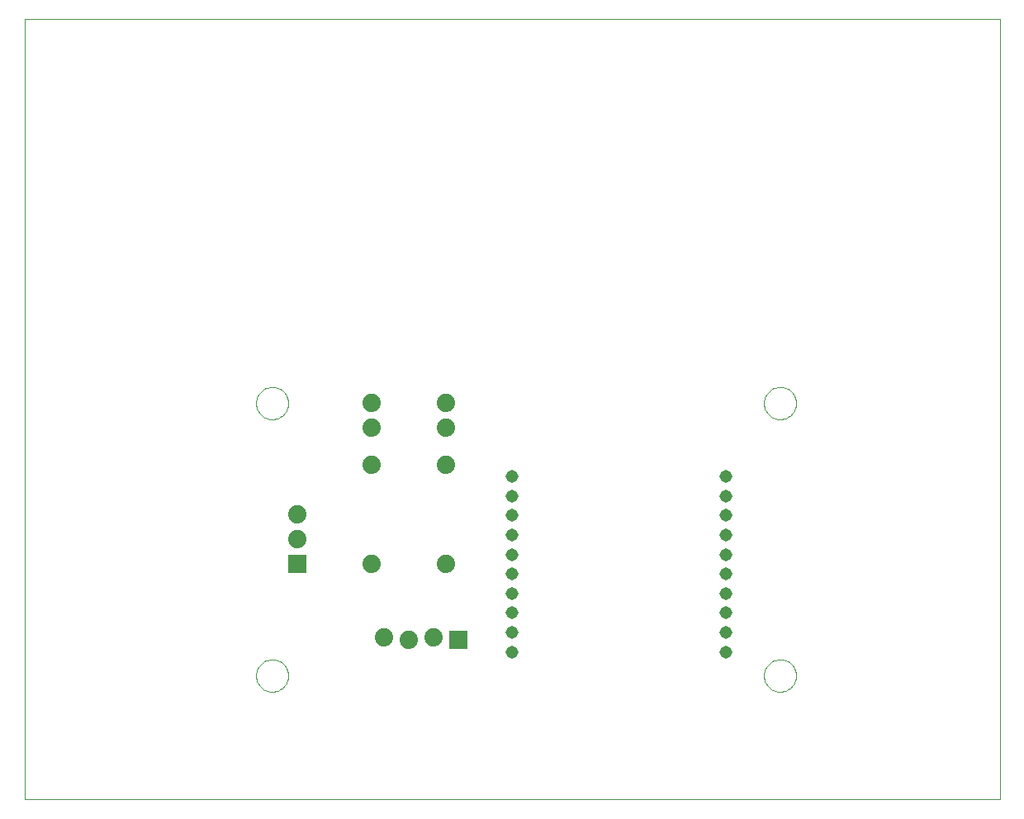
<source format=gtl>
G75*
G70*
%OFA0B0*%
%FSLAX24Y24*%
%IPPOS*%
%LPD*%
%AMOC8*
5,1,8,0,0,1.08239X$1,22.5*
%
%ADD10C,0.0000*%
%ADD11C,0.0515*%
%ADD12C,0.0740*%
%ADD13R,0.0740X0.0740*%
D10*
X000100Y003000D02*
X000100Y034496D01*
X039470Y034496D01*
X039470Y003000D01*
X000100Y003000D01*
X009450Y008000D02*
X009452Y008050D01*
X009458Y008100D01*
X009468Y008150D01*
X009481Y008198D01*
X009498Y008246D01*
X009519Y008292D01*
X009543Y008336D01*
X009571Y008378D01*
X009602Y008418D01*
X009636Y008455D01*
X009673Y008490D01*
X009712Y008521D01*
X009753Y008550D01*
X009797Y008575D01*
X009843Y008597D01*
X009890Y008615D01*
X009938Y008629D01*
X009987Y008640D01*
X010037Y008647D01*
X010087Y008650D01*
X010138Y008649D01*
X010188Y008644D01*
X010238Y008635D01*
X010286Y008623D01*
X010334Y008606D01*
X010380Y008586D01*
X010425Y008563D01*
X010468Y008536D01*
X010508Y008506D01*
X010546Y008473D01*
X010581Y008437D01*
X010614Y008398D01*
X010643Y008357D01*
X010669Y008314D01*
X010692Y008269D01*
X010711Y008222D01*
X010726Y008174D01*
X010738Y008125D01*
X010746Y008075D01*
X010750Y008025D01*
X010750Y007975D01*
X010746Y007925D01*
X010738Y007875D01*
X010726Y007826D01*
X010711Y007778D01*
X010692Y007731D01*
X010669Y007686D01*
X010643Y007643D01*
X010614Y007602D01*
X010581Y007563D01*
X010546Y007527D01*
X010508Y007494D01*
X010468Y007464D01*
X010425Y007437D01*
X010380Y007414D01*
X010334Y007394D01*
X010286Y007377D01*
X010238Y007365D01*
X010188Y007356D01*
X010138Y007351D01*
X010087Y007350D01*
X010037Y007353D01*
X009987Y007360D01*
X009938Y007371D01*
X009890Y007385D01*
X009843Y007403D01*
X009797Y007425D01*
X009753Y007450D01*
X009712Y007479D01*
X009673Y007510D01*
X009636Y007545D01*
X009602Y007582D01*
X009571Y007622D01*
X009543Y007664D01*
X009519Y007708D01*
X009498Y007754D01*
X009481Y007802D01*
X009468Y007850D01*
X009458Y007900D01*
X009452Y007950D01*
X009450Y008000D01*
X009450Y019000D02*
X009452Y019050D01*
X009458Y019100D01*
X009468Y019150D01*
X009481Y019198D01*
X009498Y019246D01*
X009519Y019292D01*
X009543Y019336D01*
X009571Y019378D01*
X009602Y019418D01*
X009636Y019455D01*
X009673Y019490D01*
X009712Y019521D01*
X009753Y019550D01*
X009797Y019575D01*
X009843Y019597D01*
X009890Y019615D01*
X009938Y019629D01*
X009987Y019640D01*
X010037Y019647D01*
X010087Y019650D01*
X010138Y019649D01*
X010188Y019644D01*
X010238Y019635D01*
X010286Y019623D01*
X010334Y019606D01*
X010380Y019586D01*
X010425Y019563D01*
X010468Y019536D01*
X010508Y019506D01*
X010546Y019473D01*
X010581Y019437D01*
X010614Y019398D01*
X010643Y019357D01*
X010669Y019314D01*
X010692Y019269D01*
X010711Y019222D01*
X010726Y019174D01*
X010738Y019125D01*
X010746Y019075D01*
X010750Y019025D01*
X010750Y018975D01*
X010746Y018925D01*
X010738Y018875D01*
X010726Y018826D01*
X010711Y018778D01*
X010692Y018731D01*
X010669Y018686D01*
X010643Y018643D01*
X010614Y018602D01*
X010581Y018563D01*
X010546Y018527D01*
X010508Y018494D01*
X010468Y018464D01*
X010425Y018437D01*
X010380Y018414D01*
X010334Y018394D01*
X010286Y018377D01*
X010238Y018365D01*
X010188Y018356D01*
X010138Y018351D01*
X010087Y018350D01*
X010037Y018353D01*
X009987Y018360D01*
X009938Y018371D01*
X009890Y018385D01*
X009843Y018403D01*
X009797Y018425D01*
X009753Y018450D01*
X009712Y018479D01*
X009673Y018510D01*
X009636Y018545D01*
X009602Y018582D01*
X009571Y018622D01*
X009543Y018664D01*
X009519Y018708D01*
X009498Y018754D01*
X009481Y018802D01*
X009468Y018850D01*
X009458Y018900D01*
X009452Y018950D01*
X009450Y019000D01*
X029950Y019000D02*
X029952Y019050D01*
X029958Y019100D01*
X029968Y019150D01*
X029981Y019198D01*
X029998Y019246D01*
X030019Y019292D01*
X030043Y019336D01*
X030071Y019378D01*
X030102Y019418D01*
X030136Y019455D01*
X030173Y019490D01*
X030212Y019521D01*
X030253Y019550D01*
X030297Y019575D01*
X030343Y019597D01*
X030390Y019615D01*
X030438Y019629D01*
X030487Y019640D01*
X030537Y019647D01*
X030587Y019650D01*
X030638Y019649D01*
X030688Y019644D01*
X030738Y019635D01*
X030786Y019623D01*
X030834Y019606D01*
X030880Y019586D01*
X030925Y019563D01*
X030968Y019536D01*
X031008Y019506D01*
X031046Y019473D01*
X031081Y019437D01*
X031114Y019398D01*
X031143Y019357D01*
X031169Y019314D01*
X031192Y019269D01*
X031211Y019222D01*
X031226Y019174D01*
X031238Y019125D01*
X031246Y019075D01*
X031250Y019025D01*
X031250Y018975D01*
X031246Y018925D01*
X031238Y018875D01*
X031226Y018826D01*
X031211Y018778D01*
X031192Y018731D01*
X031169Y018686D01*
X031143Y018643D01*
X031114Y018602D01*
X031081Y018563D01*
X031046Y018527D01*
X031008Y018494D01*
X030968Y018464D01*
X030925Y018437D01*
X030880Y018414D01*
X030834Y018394D01*
X030786Y018377D01*
X030738Y018365D01*
X030688Y018356D01*
X030638Y018351D01*
X030587Y018350D01*
X030537Y018353D01*
X030487Y018360D01*
X030438Y018371D01*
X030390Y018385D01*
X030343Y018403D01*
X030297Y018425D01*
X030253Y018450D01*
X030212Y018479D01*
X030173Y018510D01*
X030136Y018545D01*
X030102Y018582D01*
X030071Y018622D01*
X030043Y018664D01*
X030019Y018708D01*
X029998Y018754D01*
X029981Y018802D01*
X029968Y018850D01*
X029958Y018900D01*
X029952Y018950D01*
X029950Y019000D01*
X029950Y008000D02*
X029952Y008050D01*
X029958Y008100D01*
X029968Y008150D01*
X029981Y008198D01*
X029998Y008246D01*
X030019Y008292D01*
X030043Y008336D01*
X030071Y008378D01*
X030102Y008418D01*
X030136Y008455D01*
X030173Y008490D01*
X030212Y008521D01*
X030253Y008550D01*
X030297Y008575D01*
X030343Y008597D01*
X030390Y008615D01*
X030438Y008629D01*
X030487Y008640D01*
X030537Y008647D01*
X030587Y008650D01*
X030638Y008649D01*
X030688Y008644D01*
X030738Y008635D01*
X030786Y008623D01*
X030834Y008606D01*
X030880Y008586D01*
X030925Y008563D01*
X030968Y008536D01*
X031008Y008506D01*
X031046Y008473D01*
X031081Y008437D01*
X031114Y008398D01*
X031143Y008357D01*
X031169Y008314D01*
X031192Y008269D01*
X031211Y008222D01*
X031226Y008174D01*
X031238Y008125D01*
X031246Y008075D01*
X031250Y008025D01*
X031250Y007975D01*
X031246Y007925D01*
X031238Y007875D01*
X031226Y007826D01*
X031211Y007778D01*
X031192Y007731D01*
X031169Y007686D01*
X031143Y007643D01*
X031114Y007602D01*
X031081Y007563D01*
X031046Y007527D01*
X031008Y007494D01*
X030968Y007464D01*
X030925Y007437D01*
X030880Y007414D01*
X030834Y007394D01*
X030786Y007377D01*
X030738Y007365D01*
X030688Y007356D01*
X030638Y007351D01*
X030587Y007350D01*
X030537Y007353D01*
X030487Y007360D01*
X030438Y007371D01*
X030390Y007385D01*
X030343Y007403D01*
X030297Y007425D01*
X030253Y007450D01*
X030212Y007479D01*
X030173Y007510D01*
X030136Y007545D01*
X030102Y007582D01*
X030071Y007622D01*
X030043Y007664D01*
X030019Y007708D01*
X029998Y007754D01*
X029981Y007802D01*
X029968Y007850D01*
X029958Y007900D01*
X029952Y007950D01*
X029950Y008000D01*
D11*
X028431Y008957D03*
X028431Y009744D03*
X028431Y010531D03*
X028431Y011319D03*
X028431Y012106D03*
X028431Y012894D03*
X028431Y013681D03*
X028431Y014469D03*
X028431Y015256D03*
X028431Y016043D03*
X019769Y016043D03*
X019769Y015256D03*
X019769Y014469D03*
X019769Y013681D03*
X019769Y012894D03*
X019769Y012106D03*
X019769Y011319D03*
X019769Y010531D03*
X019769Y009744D03*
X019769Y008957D03*
D12*
X016600Y009550D03*
X015600Y009450D03*
X014600Y009550D03*
X014100Y012500D03*
X011100Y013500D03*
X011100Y014500D03*
X014100Y016500D03*
X014100Y018000D03*
X014100Y019000D03*
X017100Y019000D03*
X017100Y018000D03*
X017100Y016500D03*
X017100Y012500D03*
D13*
X017600Y009450D03*
X011100Y012500D03*
M02*

</source>
